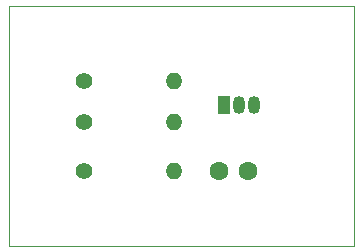
<source format=gbr>
G04 #@! TF.GenerationSoftware,KiCad,Pcbnew,(5.1.2)-2*
G04 #@! TF.CreationDate,2019-08-09T21:51:40-03:00*
G04 #@! TF.ProjectId,Markg1,4d61726b-6731-42e6-9b69-6361645f7063,rev?*
G04 #@! TF.SameCoordinates,Original*
G04 #@! TF.FileFunction,Copper,L2,Bot*
G04 #@! TF.FilePolarity,Positive*
%FSLAX46Y46*%
G04 Gerber Fmt 4.6, Leading zero omitted, Abs format (unit mm)*
G04 Created by KiCad (PCBNEW (5.1.2)-2) date 2019-08-09 21:51:40*
%MOMM*%
%LPD*%
G04 APERTURE LIST*
%ADD10C,0.050000*%
%ADD11O,1.400000X1.400000*%
%ADD12C,1.400000*%
%ADD13R,1.050000X1.500000*%
%ADD14O,1.050000X1.500000*%
%ADD15C,1.600000*%
G04 APERTURE END LIST*
D10*
X160020000Y-68580000D02*
X130810000Y-68580000D01*
X160020000Y-88900000D02*
X160020000Y-68580000D01*
X130810000Y-88900000D02*
X160020000Y-88900000D01*
X130810000Y-68580000D02*
X130810000Y-88900000D01*
D11*
X144780000Y-82550000D03*
D12*
X137160000Y-82550000D03*
D11*
X144780000Y-78440000D03*
D12*
X137160000Y-78440000D03*
D11*
X144780000Y-74930000D03*
D12*
X137160000Y-74930000D03*
D13*
X149000000Y-76970000D03*
D14*
X151540000Y-76970000D03*
X150270000Y-76970000D03*
D15*
X151090000Y-82550000D03*
X148590000Y-82550000D03*
M02*

</source>
